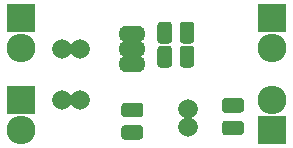
<source format=gts>
G04 #@! TF.FileFunction,Soldermask,Top*
%FSLAX46Y46*%
G04 Gerber Fmt 4.6, Leading zero omitted, Abs format (unit mm)*
G04 Created by KiCad (PCBNEW (2016-09-14 revision 83ed3c9)-makepkg) date 09/24/16 16:23:25*
%MOMM*%
%LPD*%
G01*
G04 APERTURE LIST*
%ADD10C,0.100000*%
%ADD11C,1.670000*%
%ADD12R,2.432000X2.432000*%
%ADD13O,2.432000X2.432000*%
%ADD14O,2.300000X1.400000*%
G04 APERTURE END LIST*
D10*
D11*
X107557000Y-74676000D03*
X106057000Y-74676000D03*
X107557000Y-78994000D03*
X106057000Y-78994000D03*
X116713000Y-81268000D03*
X116713000Y-79768000D03*
D12*
X123825000Y-72009000D03*
D13*
X123825000Y-74549000D03*
D12*
X102616000Y-72085200D03*
D13*
X102616000Y-74625200D03*
D12*
X102616000Y-78994000D03*
D13*
X102616000Y-81534000D03*
D12*
X123825000Y-81534000D03*
D13*
X123825000Y-78994000D03*
D14*
X112014000Y-75946000D03*
X112014000Y-74676000D03*
X112014000Y-73406000D03*
D10*
G36*
X116981895Y-74384969D02*
X117011503Y-74389360D01*
X117040537Y-74396633D01*
X117068718Y-74406717D01*
X117095776Y-74419514D01*
X117121449Y-74434902D01*
X117145490Y-74452732D01*
X117167668Y-74472832D01*
X117187768Y-74495010D01*
X117205598Y-74519051D01*
X117220986Y-74544724D01*
X117233783Y-74571782D01*
X117243867Y-74599963D01*
X117251140Y-74628997D01*
X117255531Y-74658605D01*
X117257000Y-74688500D01*
X117257000Y-75933500D01*
X117255531Y-75963395D01*
X117251140Y-75993003D01*
X117243867Y-76022037D01*
X117233783Y-76050218D01*
X117220986Y-76077276D01*
X117205598Y-76102949D01*
X117187768Y-76126990D01*
X117167668Y-76149168D01*
X117145490Y-76169268D01*
X117121449Y-76187098D01*
X117095776Y-76202486D01*
X117068718Y-76215283D01*
X117040537Y-76225367D01*
X117011503Y-76232640D01*
X116981895Y-76237031D01*
X116952000Y-76238500D01*
X116342000Y-76238500D01*
X116312105Y-76237031D01*
X116282497Y-76232640D01*
X116253463Y-76225367D01*
X116225282Y-76215283D01*
X116198224Y-76202486D01*
X116172551Y-76187098D01*
X116148510Y-76169268D01*
X116126332Y-76149168D01*
X116106232Y-76126990D01*
X116088402Y-76102949D01*
X116073014Y-76077276D01*
X116060217Y-76050218D01*
X116050133Y-76022037D01*
X116042860Y-75993003D01*
X116038469Y-75963395D01*
X116037000Y-75933500D01*
X116037000Y-74688500D01*
X116038469Y-74658605D01*
X116042860Y-74628997D01*
X116050133Y-74599963D01*
X116060217Y-74571782D01*
X116073014Y-74544724D01*
X116088402Y-74519051D01*
X116106232Y-74495010D01*
X116126332Y-74472832D01*
X116148510Y-74452732D01*
X116172551Y-74434902D01*
X116198224Y-74419514D01*
X116225282Y-74406717D01*
X116253463Y-74396633D01*
X116282497Y-74389360D01*
X116312105Y-74384969D01*
X116342000Y-74383500D01*
X116952000Y-74383500D01*
X116981895Y-74384969D01*
X116981895Y-74384969D01*
G37*
G36*
X115081895Y-74384969D02*
X115111503Y-74389360D01*
X115140537Y-74396633D01*
X115168718Y-74406717D01*
X115195776Y-74419514D01*
X115221449Y-74434902D01*
X115245490Y-74452732D01*
X115267668Y-74472832D01*
X115287768Y-74495010D01*
X115305598Y-74519051D01*
X115320986Y-74544724D01*
X115333783Y-74571782D01*
X115343867Y-74599963D01*
X115351140Y-74628997D01*
X115355531Y-74658605D01*
X115357000Y-74688500D01*
X115357000Y-75933500D01*
X115355531Y-75963395D01*
X115351140Y-75993003D01*
X115343867Y-76022037D01*
X115333783Y-76050218D01*
X115320986Y-76077276D01*
X115305598Y-76102949D01*
X115287768Y-76126990D01*
X115267668Y-76149168D01*
X115245490Y-76169268D01*
X115221449Y-76187098D01*
X115195776Y-76202486D01*
X115168718Y-76215283D01*
X115140537Y-76225367D01*
X115111503Y-76232640D01*
X115081895Y-76237031D01*
X115052000Y-76238500D01*
X114442000Y-76238500D01*
X114412105Y-76237031D01*
X114382497Y-76232640D01*
X114353463Y-76225367D01*
X114325282Y-76215283D01*
X114298224Y-76202486D01*
X114272551Y-76187098D01*
X114248510Y-76169268D01*
X114226332Y-76149168D01*
X114206232Y-76126990D01*
X114188402Y-76102949D01*
X114173014Y-76077276D01*
X114160217Y-76050218D01*
X114150133Y-76022037D01*
X114142860Y-75993003D01*
X114138469Y-75963395D01*
X114137000Y-75933500D01*
X114137000Y-74688500D01*
X114138469Y-74658605D01*
X114142860Y-74628997D01*
X114150133Y-74599963D01*
X114160217Y-74571782D01*
X114173014Y-74544724D01*
X114188402Y-74519051D01*
X114206232Y-74495010D01*
X114226332Y-74472832D01*
X114248510Y-74452732D01*
X114272551Y-74434902D01*
X114298224Y-74419514D01*
X114325282Y-74406717D01*
X114353463Y-74396633D01*
X114382497Y-74389360D01*
X114412105Y-74384969D01*
X114442000Y-74383500D01*
X115052000Y-74383500D01*
X115081895Y-74384969D01*
X115081895Y-74384969D01*
G37*
G36*
X112666395Y-79213469D02*
X112696003Y-79217860D01*
X112725037Y-79225133D01*
X112753218Y-79235217D01*
X112780276Y-79248014D01*
X112805949Y-79263402D01*
X112829990Y-79281232D01*
X112852168Y-79301332D01*
X112872268Y-79323510D01*
X112890098Y-79347551D01*
X112905486Y-79373224D01*
X112918283Y-79400282D01*
X112928367Y-79428463D01*
X112935640Y-79457497D01*
X112940031Y-79487105D01*
X112941500Y-79517000D01*
X112941500Y-80127000D01*
X112940031Y-80156895D01*
X112935640Y-80186503D01*
X112928367Y-80215537D01*
X112918283Y-80243718D01*
X112905486Y-80270776D01*
X112890098Y-80296449D01*
X112872268Y-80320490D01*
X112852168Y-80342668D01*
X112829990Y-80362768D01*
X112805949Y-80380598D01*
X112780276Y-80395986D01*
X112753218Y-80408783D01*
X112725037Y-80418867D01*
X112696003Y-80426140D01*
X112666395Y-80430531D01*
X112636500Y-80432000D01*
X111391500Y-80432000D01*
X111361605Y-80430531D01*
X111331997Y-80426140D01*
X111302963Y-80418867D01*
X111274782Y-80408783D01*
X111247724Y-80395986D01*
X111222051Y-80380598D01*
X111198010Y-80362768D01*
X111175832Y-80342668D01*
X111155732Y-80320490D01*
X111137902Y-80296449D01*
X111122514Y-80270776D01*
X111109717Y-80243718D01*
X111099633Y-80215537D01*
X111092360Y-80186503D01*
X111087969Y-80156895D01*
X111086500Y-80127000D01*
X111086500Y-79517000D01*
X111087969Y-79487105D01*
X111092360Y-79457497D01*
X111099633Y-79428463D01*
X111109717Y-79400282D01*
X111122514Y-79373224D01*
X111137902Y-79347551D01*
X111155732Y-79323510D01*
X111175832Y-79301332D01*
X111198010Y-79281232D01*
X111222051Y-79263402D01*
X111247724Y-79248014D01*
X111274782Y-79235217D01*
X111302963Y-79225133D01*
X111331997Y-79217860D01*
X111361605Y-79213469D01*
X111391500Y-79212000D01*
X112636500Y-79212000D01*
X112666395Y-79213469D01*
X112666395Y-79213469D01*
G37*
G36*
X112666395Y-81113469D02*
X112696003Y-81117860D01*
X112725037Y-81125133D01*
X112753218Y-81135217D01*
X112780276Y-81148014D01*
X112805949Y-81163402D01*
X112829990Y-81181232D01*
X112852168Y-81201332D01*
X112872268Y-81223510D01*
X112890098Y-81247551D01*
X112905486Y-81273224D01*
X112918283Y-81300282D01*
X112928367Y-81328463D01*
X112935640Y-81357497D01*
X112940031Y-81387105D01*
X112941500Y-81417000D01*
X112941500Y-82027000D01*
X112940031Y-82056895D01*
X112935640Y-82086503D01*
X112928367Y-82115537D01*
X112918283Y-82143718D01*
X112905486Y-82170776D01*
X112890098Y-82196449D01*
X112872268Y-82220490D01*
X112852168Y-82242668D01*
X112829990Y-82262768D01*
X112805949Y-82280598D01*
X112780276Y-82295986D01*
X112753218Y-82308783D01*
X112725037Y-82318867D01*
X112696003Y-82326140D01*
X112666395Y-82330531D01*
X112636500Y-82332000D01*
X111391500Y-82332000D01*
X111361605Y-82330531D01*
X111331997Y-82326140D01*
X111302963Y-82318867D01*
X111274782Y-82308783D01*
X111247724Y-82295986D01*
X111222051Y-82280598D01*
X111198010Y-82262768D01*
X111175832Y-82242668D01*
X111155732Y-82220490D01*
X111137902Y-82196449D01*
X111122514Y-82170776D01*
X111109717Y-82143718D01*
X111099633Y-82115537D01*
X111092360Y-82086503D01*
X111087969Y-82056895D01*
X111086500Y-82027000D01*
X111086500Y-81417000D01*
X111087969Y-81387105D01*
X111092360Y-81357497D01*
X111099633Y-81328463D01*
X111109717Y-81300282D01*
X111122514Y-81273224D01*
X111137902Y-81247551D01*
X111155732Y-81223510D01*
X111175832Y-81201332D01*
X111198010Y-81181232D01*
X111222051Y-81163402D01*
X111247724Y-81148014D01*
X111274782Y-81135217D01*
X111302963Y-81125133D01*
X111331997Y-81117860D01*
X111361605Y-81113469D01*
X111391500Y-81112000D01*
X112636500Y-81112000D01*
X112666395Y-81113469D01*
X112666395Y-81113469D01*
G37*
G36*
X116981895Y-72352969D02*
X117011503Y-72357360D01*
X117040537Y-72364633D01*
X117068718Y-72374717D01*
X117095776Y-72387514D01*
X117121449Y-72402902D01*
X117145490Y-72420732D01*
X117167668Y-72440832D01*
X117187768Y-72463010D01*
X117205598Y-72487051D01*
X117220986Y-72512724D01*
X117233783Y-72539782D01*
X117243867Y-72567963D01*
X117251140Y-72596997D01*
X117255531Y-72626605D01*
X117257000Y-72656500D01*
X117257000Y-73901500D01*
X117255531Y-73931395D01*
X117251140Y-73961003D01*
X117243867Y-73990037D01*
X117233783Y-74018218D01*
X117220986Y-74045276D01*
X117205598Y-74070949D01*
X117187768Y-74094990D01*
X117167668Y-74117168D01*
X117145490Y-74137268D01*
X117121449Y-74155098D01*
X117095776Y-74170486D01*
X117068718Y-74183283D01*
X117040537Y-74193367D01*
X117011503Y-74200640D01*
X116981895Y-74205031D01*
X116952000Y-74206500D01*
X116342000Y-74206500D01*
X116312105Y-74205031D01*
X116282497Y-74200640D01*
X116253463Y-74193367D01*
X116225282Y-74183283D01*
X116198224Y-74170486D01*
X116172551Y-74155098D01*
X116148510Y-74137268D01*
X116126332Y-74117168D01*
X116106232Y-74094990D01*
X116088402Y-74070949D01*
X116073014Y-74045276D01*
X116060217Y-74018218D01*
X116050133Y-73990037D01*
X116042860Y-73961003D01*
X116038469Y-73931395D01*
X116037000Y-73901500D01*
X116037000Y-72656500D01*
X116038469Y-72626605D01*
X116042860Y-72596997D01*
X116050133Y-72567963D01*
X116060217Y-72539782D01*
X116073014Y-72512724D01*
X116088402Y-72487051D01*
X116106232Y-72463010D01*
X116126332Y-72440832D01*
X116148510Y-72420732D01*
X116172551Y-72402902D01*
X116198224Y-72387514D01*
X116225282Y-72374717D01*
X116253463Y-72364633D01*
X116282497Y-72357360D01*
X116312105Y-72352969D01*
X116342000Y-72351500D01*
X116952000Y-72351500D01*
X116981895Y-72352969D01*
X116981895Y-72352969D01*
G37*
G36*
X115081895Y-72352969D02*
X115111503Y-72357360D01*
X115140537Y-72364633D01*
X115168718Y-72374717D01*
X115195776Y-72387514D01*
X115221449Y-72402902D01*
X115245490Y-72420732D01*
X115267668Y-72440832D01*
X115287768Y-72463010D01*
X115305598Y-72487051D01*
X115320986Y-72512724D01*
X115333783Y-72539782D01*
X115343867Y-72567963D01*
X115351140Y-72596997D01*
X115355531Y-72626605D01*
X115357000Y-72656500D01*
X115357000Y-73901500D01*
X115355531Y-73931395D01*
X115351140Y-73961003D01*
X115343867Y-73990037D01*
X115333783Y-74018218D01*
X115320986Y-74045276D01*
X115305598Y-74070949D01*
X115287768Y-74094990D01*
X115267668Y-74117168D01*
X115245490Y-74137268D01*
X115221449Y-74155098D01*
X115195776Y-74170486D01*
X115168718Y-74183283D01*
X115140537Y-74193367D01*
X115111503Y-74200640D01*
X115081895Y-74205031D01*
X115052000Y-74206500D01*
X114442000Y-74206500D01*
X114412105Y-74205031D01*
X114382497Y-74200640D01*
X114353463Y-74193367D01*
X114325282Y-74183283D01*
X114298224Y-74170486D01*
X114272551Y-74155098D01*
X114248510Y-74137268D01*
X114226332Y-74117168D01*
X114206232Y-74094990D01*
X114188402Y-74070949D01*
X114173014Y-74045276D01*
X114160217Y-74018218D01*
X114150133Y-73990037D01*
X114142860Y-73961003D01*
X114138469Y-73931395D01*
X114137000Y-73901500D01*
X114137000Y-72656500D01*
X114138469Y-72626605D01*
X114142860Y-72596997D01*
X114150133Y-72567963D01*
X114160217Y-72539782D01*
X114173014Y-72512724D01*
X114188402Y-72487051D01*
X114206232Y-72463010D01*
X114226332Y-72440832D01*
X114248510Y-72420732D01*
X114272551Y-72402902D01*
X114298224Y-72387514D01*
X114325282Y-72374717D01*
X114353463Y-72364633D01*
X114382497Y-72357360D01*
X114412105Y-72352969D01*
X114442000Y-72351500D01*
X115052000Y-72351500D01*
X115081895Y-72352969D01*
X115081895Y-72352969D01*
G37*
G36*
X121175395Y-78832469D02*
X121205003Y-78836860D01*
X121234037Y-78844133D01*
X121262218Y-78854217D01*
X121289276Y-78867014D01*
X121314949Y-78882402D01*
X121338990Y-78900232D01*
X121361168Y-78920332D01*
X121381268Y-78942510D01*
X121399098Y-78966551D01*
X121414486Y-78992224D01*
X121427283Y-79019282D01*
X121437367Y-79047463D01*
X121444640Y-79076497D01*
X121449031Y-79106105D01*
X121450500Y-79136000D01*
X121450500Y-79746000D01*
X121449031Y-79775895D01*
X121444640Y-79805503D01*
X121437367Y-79834537D01*
X121427283Y-79862718D01*
X121414486Y-79889776D01*
X121399098Y-79915449D01*
X121381268Y-79939490D01*
X121361168Y-79961668D01*
X121338990Y-79981768D01*
X121314949Y-79999598D01*
X121289276Y-80014986D01*
X121262218Y-80027783D01*
X121234037Y-80037867D01*
X121205003Y-80045140D01*
X121175395Y-80049531D01*
X121145500Y-80051000D01*
X119900500Y-80051000D01*
X119870605Y-80049531D01*
X119840997Y-80045140D01*
X119811963Y-80037867D01*
X119783782Y-80027783D01*
X119756724Y-80014986D01*
X119731051Y-79999598D01*
X119707010Y-79981768D01*
X119684832Y-79961668D01*
X119664732Y-79939490D01*
X119646902Y-79915449D01*
X119631514Y-79889776D01*
X119618717Y-79862718D01*
X119608633Y-79834537D01*
X119601360Y-79805503D01*
X119596969Y-79775895D01*
X119595500Y-79746000D01*
X119595500Y-79136000D01*
X119596969Y-79106105D01*
X119601360Y-79076497D01*
X119608633Y-79047463D01*
X119618717Y-79019282D01*
X119631514Y-78992224D01*
X119646902Y-78966551D01*
X119664732Y-78942510D01*
X119684832Y-78920332D01*
X119707010Y-78900232D01*
X119731051Y-78882402D01*
X119756724Y-78867014D01*
X119783782Y-78854217D01*
X119811963Y-78844133D01*
X119840997Y-78836860D01*
X119870605Y-78832469D01*
X119900500Y-78831000D01*
X121145500Y-78831000D01*
X121175395Y-78832469D01*
X121175395Y-78832469D01*
G37*
G36*
X121175395Y-80732469D02*
X121205003Y-80736860D01*
X121234037Y-80744133D01*
X121262218Y-80754217D01*
X121289276Y-80767014D01*
X121314949Y-80782402D01*
X121338990Y-80800232D01*
X121361168Y-80820332D01*
X121381268Y-80842510D01*
X121399098Y-80866551D01*
X121414486Y-80892224D01*
X121427283Y-80919282D01*
X121437367Y-80947463D01*
X121444640Y-80976497D01*
X121449031Y-81006105D01*
X121450500Y-81036000D01*
X121450500Y-81646000D01*
X121449031Y-81675895D01*
X121444640Y-81705503D01*
X121437367Y-81734537D01*
X121427283Y-81762718D01*
X121414486Y-81789776D01*
X121399098Y-81815449D01*
X121381268Y-81839490D01*
X121361168Y-81861668D01*
X121338990Y-81881768D01*
X121314949Y-81899598D01*
X121289276Y-81914986D01*
X121262218Y-81927783D01*
X121234037Y-81937867D01*
X121205003Y-81945140D01*
X121175395Y-81949531D01*
X121145500Y-81951000D01*
X119900500Y-81951000D01*
X119870605Y-81949531D01*
X119840997Y-81945140D01*
X119811963Y-81937867D01*
X119783782Y-81927783D01*
X119756724Y-81914986D01*
X119731051Y-81899598D01*
X119707010Y-81881768D01*
X119684832Y-81861668D01*
X119664732Y-81839490D01*
X119646902Y-81815449D01*
X119631514Y-81789776D01*
X119618717Y-81762718D01*
X119608633Y-81734537D01*
X119601360Y-81705503D01*
X119596969Y-81675895D01*
X119595500Y-81646000D01*
X119595500Y-81036000D01*
X119596969Y-81006105D01*
X119601360Y-80976497D01*
X119608633Y-80947463D01*
X119618717Y-80919282D01*
X119631514Y-80892224D01*
X119646902Y-80866551D01*
X119664732Y-80842510D01*
X119684832Y-80820332D01*
X119707010Y-80800232D01*
X119731051Y-80782402D01*
X119756724Y-80767014D01*
X119783782Y-80754217D01*
X119811963Y-80744133D01*
X119840997Y-80736860D01*
X119870605Y-80732469D01*
X119900500Y-80731000D01*
X121145500Y-80731000D01*
X121175395Y-80732469D01*
X121175395Y-80732469D01*
G37*
M02*

</source>
